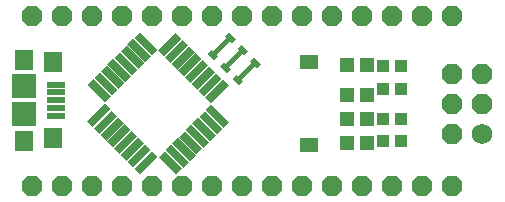
<source format=gbr>
G04 EAGLE Gerber RS-274X export*
G75*
%MOMM*%
%FSLAX34Y34*%
%LPD*%
%INSoldermask Top*%
%IPPOS*%
%AMOC8*
5,1,8,0,0,1.08239X$1,22.5*%
G01*
%ADD10C,1.727200*%
%ADD11P,1.869504X8X112.500000*%
%ADD12R,1.553200X0.603200*%
%ADD13R,1.603200X1.803200*%
%ADD14R,1.503200X1.653200*%
%ADD15R,2.103200X2.103200*%
%ADD16R,1.003200X1.003200*%
%ADD17R,0.800000X0.500000*%
%ADD18R,0.400000X1.600000*%
%ADD19R,1.203200X1.303200*%
%ADD20R,1.603200X1.203200*%
%ADD21R,0.685800X2.108200*%
%ADD22R,2.108200X0.685800*%
%ADD23P,1.852186X8X202.500000*%
%ADD24P,1.852186X8X22.500000*%


D10*
X412750Y69850D03*
D11*
X412750Y95250D03*
X412750Y120650D03*
X387350Y69850D03*
X387350Y95250D03*
X387350Y120650D03*
D12*
X52404Y111298D03*
X52404Y104798D03*
X52404Y98298D03*
X52404Y91798D03*
X52404Y85298D03*
D13*
X50154Y130298D03*
X50154Y66298D03*
D14*
X25654Y64048D03*
X25654Y132548D03*
D15*
X25654Y110298D03*
X25654Y86298D03*
D16*
X344050Y82550D03*
X329050Y82550D03*
D17*
G36*
X211685Y136179D02*
X206029Y141835D01*
X209565Y145371D01*
X215221Y139715D01*
X211685Y136179D01*
G37*
G36*
X194715Y130521D02*
X200371Y124865D01*
X196835Y121329D01*
X191179Y126985D01*
X194715Y130521D01*
G37*
D18*
G36*
X198958Y126279D02*
X196129Y129108D01*
X207442Y140421D01*
X210271Y137592D01*
X198958Y126279D01*
G37*
D17*
G36*
X201078Y146785D02*
X195422Y152441D01*
X198958Y155977D01*
X204614Y150321D01*
X201078Y146785D01*
G37*
G36*
X184109Y141128D02*
X189765Y135472D01*
X186229Y131936D01*
X180573Y137592D01*
X184109Y141128D01*
G37*
D18*
G36*
X188351Y136886D02*
X185522Y139715D01*
X196835Y151028D01*
X199664Y148199D01*
X188351Y136886D01*
G37*
D17*
G36*
X222291Y125572D02*
X216635Y131228D01*
X220171Y134764D01*
X225827Y129108D01*
X222291Y125572D01*
G37*
G36*
X205322Y119915D02*
X210978Y114259D01*
X207442Y110723D01*
X201786Y116379D01*
X205322Y119915D01*
G37*
D18*
G36*
X209565Y115672D02*
X206736Y118501D01*
X218049Y129814D01*
X220878Y126985D01*
X209565Y115672D01*
G37*
D19*
X315840Y82550D03*
X298840Y82550D03*
X315840Y62230D03*
X298840Y62230D03*
X298840Y102870D03*
X315840Y102870D03*
X298840Y128270D03*
X315840Y128270D03*
D16*
X329050Y127000D03*
X344050Y127000D03*
D20*
X266700Y60250D03*
X266700Y130250D03*
D16*
X329050Y107950D03*
X344050Y107950D03*
D21*
G36*
X118564Y151134D02*
X123414Y155984D01*
X138320Y141078D01*
X133470Y136228D01*
X118564Y151134D01*
G37*
G36*
X112907Y145477D02*
X117757Y150327D01*
X132663Y135421D01*
X127813Y130571D01*
X112907Y145477D01*
G37*
G36*
X107250Y139820D02*
X112100Y144670D01*
X127006Y129764D01*
X122156Y124914D01*
X107250Y139820D01*
G37*
G36*
X101594Y134163D02*
X106444Y139013D01*
X121350Y124107D01*
X116500Y119257D01*
X101594Y134163D01*
G37*
G36*
X95937Y128506D02*
X100787Y133356D01*
X115693Y118450D01*
X110843Y113600D01*
X95937Y128506D01*
G37*
G36*
X90280Y122850D02*
X95130Y127700D01*
X110036Y112794D01*
X105186Y107944D01*
X90280Y122850D01*
G37*
G36*
X84623Y117193D02*
X89473Y122043D01*
X104379Y107137D01*
X99529Y102287D01*
X84623Y117193D01*
G37*
G36*
X78966Y111536D02*
X83816Y116386D01*
X98722Y101480D01*
X93872Y96630D01*
X78966Y111536D01*
G37*
G36*
X159180Y40315D02*
X154330Y35465D01*
X139424Y50371D01*
X144274Y55221D01*
X159180Y40315D01*
G37*
G36*
X145081Y56028D02*
X149931Y60878D01*
X164837Y45972D01*
X159987Y41122D01*
X145081Y56028D01*
G37*
G36*
X150737Y61685D02*
X155587Y66535D01*
X170493Y51629D01*
X165643Y46779D01*
X150737Y61685D01*
G37*
G36*
X156394Y67342D02*
X161244Y72192D01*
X176150Y57286D01*
X171300Y52436D01*
X156394Y67342D01*
G37*
G36*
X162051Y72999D02*
X166901Y77849D01*
X181807Y62943D01*
X176957Y58093D01*
X162051Y72999D01*
G37*
G36*
X167708Y78655D02*
X172558Y83505D01*
X187464Y68599D01*
X182614Y63749D01*
X167708Y78655D01*
G37*
G36*
X173365Y84312D02*
X178215Y89162D01*
X193121Y74256D01*
X188271Y69406D01*
X173365Y84312D01*
G37*
G36*
X179022Y89969D02*
X183872Y94819D01*
X198778Y79913D01*
X193928Y75063D01*
X179022Y89969D01*
G37*
D22*
G36*
X178668Y100773D02*
X193574Y115679D01*
X198424Y110829D01*
X183518Y95923D01*
X178668Y100773D01*
G37*
G36*
X173011Y106430D02*
X187917Y121336D01*
X192767Y116486D01*
X177861Y101580D01*
X173011Y106430D01*
G37*
G36*
X167355Y112086D02*
X182261Y126992D01*
X187111Y122142D01*
X172205Y107236D01*
X167355Y112086D01*
G37*
G36*
X161698Y117743D02*
X176604Y132649D01*
X181454Y127799D01*
X166548Y112893D01*
X161698Y117743D01*
G37*
G36*
X156041Y123400D02*
X170947Y138306D01*
X175797Y133456D01*
X160891Y118550D01*
X156041Y123400D01*
G37*
G36*
X150384Y129057D02*
X165290Y143963D01*
X170140Y139113D01*
X155234Y124207D01*
X150384Y129057D01*
G37*
G36*
X144727Y134714D02*
X159633Y149620D01*
X164483Y144770D01*
X149577Y129864D01*
X144727Y134714D01*
G37*
G36*
X139070Y140371D02*
X153976Y155277D01*
X158826Y150427D01*
X143920Y135521D01*
X139070Y140371D01*
G37*
G36*
X78613Y80620D02*
X93519Y95526D01*
X98369Y90676D01*
X83463Y75770D01*
X78613Y80620D01*
G37*
G36*
X84623Y74610D02*
X99529Y89516D01*
X104379Y84666D01*
X89473Y69760D01*
X84623Y74610D01*
G37*
G36*
X90280Y68953D02*
X105186Y83859D01*
X110036Y79009D01*
X95130Y64103D01*
X90280Y68953D01*
G37*
G36*
X95937Y63296D02*
X110843Y78202D01*
X115693Y73352D01*
X100787Y58446D01*
X95937Y63296D01*
G37*
G36*
X101594Y57639D02*
X116500Y72545D01*
X121350Y67695D01*
X106444Y52789D01*
X101594Y57639D01*
G37*
G36*
X107250Y51982D02*
X122156Y66888D01*
X127006Y62038D01*
X112100Y47132D01*
X107250Y51982D01*
G37*
G36*
X112907Y46326D02*
X127813Y61232D01*
X132663Y56382D01*
X117757Y41476D01*
X112907Y46326D01*
G37*
G36*
X118918Y40315D02*
X133824Y55221D01*
X138674Y50371D01*
X123768Y35465D01*
X118918Y40315D01*
G37*
D16*
X344050Y63500D03*
X329050Y63500D03*
D23*
X387350Y25400D03*
X361950Y25400D03*
X336550Y25400D03*
X311150Y25400D03*
X285750Y25400D03*
X260350Y25400D03*
X234950Y25400D03*
X209550Y25400D03*
X184150Y25400D03*
X158750Y25400D03*
X133350Y25400D03*
X107950Y25400D03*
X82550Y25400D03*
X57150Y25400D03*
X31750Y25400D03*
D24*
X31750Y169672D03*
X57150Y169672D03*
X82550Y169672D03*
X107950Y169672D03*
X133350Y169672D03*
X158750Y169672D03*
X184150Y169672D03*
X209550Y169672D03*
X234950Y169672D03*
X260350Y169672D03*
X285750Y169672D03*
X311150Y169672D03*
X336550Y169672D03*
X361950Y169672D03*
X387350Y169672D03*
M02*

</source>
